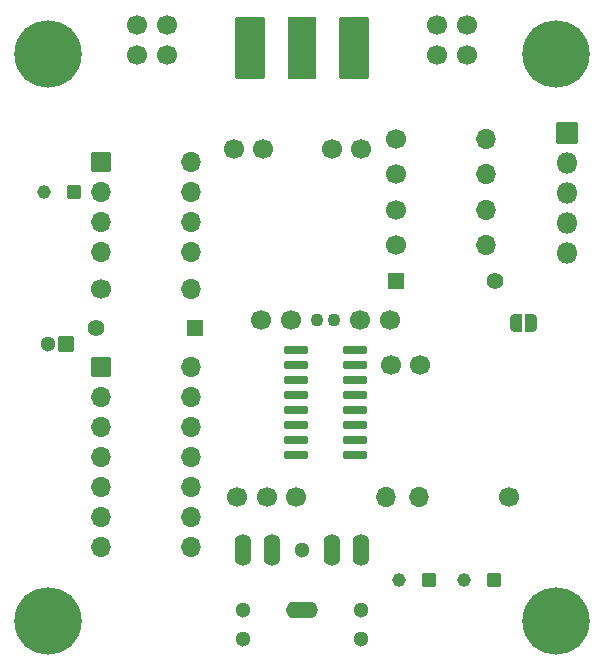
<source format=gbr>
%TF.GenerationSoftware,KiCad,Pcbnew,7.0.5-0*%
%TF.CreationDate,2023-08-23T15:17:08-05:00*%
%TF.ProjectId,4732_THT_V2,34373332-5f54-4485-945f-56322e6b6963,rev?*%
%TF.SameCoordinates,Original*%
%TF.FileFunction,Soldermask,Top*%
%TF.FilePolarity,Negative*%
%FSLAX46Y46*%
G04 Gerber Fmt 4.6, Leading zero omitted, Abs format (unit mm)*
G04 Created by KiCad (PCBNEW 7.0.5-0) date 2023-08-23 15:17:08*
%MOMM*%
%LPD*%
G01*
G04 APERTURE LIST*
G04 Aperture macros list*
%AMRoundRect*
0 Rectangle with rounded corners*
0 $1 Rounding radius*
0 $2 $3 $4 $5 $6 $7 $8 $9 X,Y pos of 4 corners*
0 Add a 4 corners polygon primitive as box body*
4,1,4,$2,$3,$4,$5,$6,$7,$8,$9,$2,$3,0*
0 Add four circle primitives for the rounded corners*
1,1,$1+$1,$2,$3*
1,1,$1+$1,$4,$5*
1,1,$1+$1,$6,$7*
1,1,$1+$1,$8,$9*
0 Add four rect primitives between the rounded corners*
20,1,$1+$1,$2,$3,$4,$5,0*
20,1,$1+$1,$4,$5,$6,$7,0*
20,1,$1+$1,$6,$7,$8,$9,0*
20,1,$1+$1,$8,$9,$2,$3,0*%
%AMFreePoly0*
4,1,35,0.535355,0.785355,0.550000,0.750000,0.550000,-0.750000,0.535355,-0.785355,0.500000,-0.800000,0.000000,-0.800000,-0.012286,-0.794911,-0.071157,-0.794911,-0.085244,-0.792886,-0.221795,-0.752791,-0.234740,-0.746879,-0.354462,-0.669938,-0.365217,-0.660618,-0.458414,-0.553063,-0.466109,-0.541091,-0.525228,-0.411637,-0.529237,-0.397982,-0.549491,-0.257116,-0.550000,-0.250000,-0.550000,0.250000,
-0.549491,0.257116,-0.529237,0.397982,-0.525228,0.411637,-0.466109,0.541091,-0.458414,0.553063,-0.365217,0.660618,-0.354462,0.669938,-0.234740,0.746879,-0.221795,0.752791,-0.085244,0.792886,-0.071157,0.794911,-0.012286,0.794911,0.000000,0.800000,0.500000,0.800000,0.535355,0.785355,0.535355,0.785355,$1*%
%AMFreePoly1*
4,1,35,0.012286,0.794911,0.071157,0.794911,0.085244,0.792886,0.221795,0.752791,0.234740,0.746879,0.354462,0.669938,0.365217,0.660618,0.458414,0.553063,0.466109,0.541091,0.525228,0.411637,0.529237,0.397982,0.549491,0.257116,0.550000,0.250000,0.550000,-0.250000,0.549491,-0.257116,0.529237,-0.397982,0.525228,-0.411637,0.466109,-0.541091,0.458414,-0.553063,0.365217,-0.660618,
0.354462,-0.669938,0.234740,-0.746879,0.221795,-0.752791,0.085244,-0.792886,0.071157,-0.794911,0.012286,-0.794911,0.000000,-0.800000,-0.500000,-0.800000,-0.535355,-0.785355,-0.550000,-0.750000,-0.550000,0.750000,-0.535355,0.785355,-0.500000,0.800000,0.000000,0.800000,0.012286,0.794911,0.012286,0.794911,$1*%
G04 Aperture macros list end*
%ADD10C,5.700000*%
%ADD11C,1.700000*%
%ADD12O,1.700000X1.700000*%
%ADD13RoundRect,0.200000X-0.825000X-0.150000X0.825000X-0.150000X0.825000X0.150000X-0.825000X0.150000X0*%
%ADD14RoundRect,0.050000X-0.800000X-0.800000X0.800000X-0.800000X0.800000X0.800000X-0.800000X0.800000X0*%
%ADD15RoundRect,0.050000X0.647700X0.647700X-0.647700X0.647700X-0.647700X-0.647700X0.647700X-0.647700X0*%
%ADD16C,1.395400*%
%ADD17RoundRect,0.050000X0.525000X0.525000X-0.525000X0.525000X-0.525000X-0.525000X0.525000X-0.525000X0*%
%ADD18C,1.150000*%
%ADD19RoundRect,0.050000X-1.145000X2.540000X-1.145000X-2.540000X1.145000X-2.540000X1.145000X2.540000X0*%
%ADD20RoundRect,0.050000X-1.210000X2.540000X-1.210000X-2.540000X1.210000X-2.540000X1.210000X2.540000X0*%
%ADD21FreePoly0,180.000000*%
%ADD22FreePoly1,180.000000*%
%ADD23C,1.300000*%
%ADD24O,2.716000X1.408000*%
%ADD25O,1.408000X2.716000*%
%ADD26C,1.700200*%
%ADD27RoundRect,0.050000X-0.850000X-0.850000X0.850000X-0.850000X0.850000X0.850000X-0.850000X0.850000X0*%
%ADD28O,1.800000X1.800000*%
%ADD29C,1.100000*%
%ADD30RoundRect,0.050000X0.600000X0.600000X-0.600000X0.600000X-0.600000X-0.600000X0.600000X-0.600000X0*%
%ADD31RoundRect,0.050000X-0.647700X-0.647700X0.647700X-0.647700X0.647700X0.647700X-0.647700X0.647700X0*%
G04 APERTURE END LIST*
D10*
%TO.C,REF\u002A\u002A*%
X96500000Y-53500000D03*
%TD*%
D11*
%TO.C,R2*%
X58000000Y-73390000D03*
D12*
X65620000Y-73390000D03*
%TD*%
D13*
%TO.C,U1*%
X74525000Y-78555000D03*
X74525000Y-79825000D03*
X74525000Y-81095000D03*
X74525000Y-82365000D03*
X74525000Y-83635000D03*
X74525000Y-84905000D03*
X74525000Y-86175000D03*
X74525000Y-87445000D03*
X79475000Y-87445000D03*
X79475000Y-86175000D03*
X79475000Y-84905000D03*
X79475000Y-83635000D03*
X79475000Y-82365000D03*
X79475000Y-81095000D03*
X79475000Y-79825000D03*
X79475000Y-78555000D03*
%TD*%
D14*
%TO.C,U3*%
X58000000Y-80000000D03*
D12*
X58000000Y-82540000D03*
X58000000Y-85080000D03*
X58000000Y-87620000D03*
X58000000Y-90160000D03*
X58000000Y-92700000D03*
X58000000Y-95240000D03*
X65620000Y-95240000D03*
X65620000Y-92700000D03*
X65620000Y-90160000D03*
X65620000Y-87620000D03*
X65620000Y-85080000D03*
X65620000Y-82540000D03*
X65620000Y-80000000D03*
%TD*%
D15*
%TO.C,C3*%
X65901000Y-76630000D03*
D16*
X57519000Y-76630000D03*
%TD*%
D17*
%TO.C,C11*%
X91250000Y-98000000D03*
D18*
X88750000Y-98000000D03*
%TD*%
D11*
%TO.C,R16*%
X83000000Y-69660000D03*
D12*
X90620000Y-69660000D03*
%TD*%
D19*
%TO.C,J4*%
X75000000Y-52980000D03*
D20*
X79380000Y-52980000D03*
X70620000Y-52980000D03*
%TD*%
D17*
%TO.C,C4*%
X55690000Y-65140000D03*
D18*
X53190000Y-65140000D03*
%TD*%
D21*
%TO.C,JP2*%
X94380000Y-76240000D03*
D22*
X93080000Y-76240000D03*
%TD*%
D10*
%TO.C,REF\u002A\u002A*%
X96500000Y-101500000D03*
%TD*%
D11*
%TO.C,C1*%
X74040000Y-76000000D03*
X71540000Y-76000000D03*
%TD*%
D23*
%TO.C,J2*%
X70000000Y-103000000D03*
X80000000Y-103000000D03*
X70000000Y-100500000D03*
X80000000Y-100500000D03*
X75000000Y-95500000D03*
D24*
X75000000Y-100500000D03*
D25*
X80000000Y-95500000D03*
X70000000Y-95500000D03*
X77500000Y-95500000D03*
X72500000Y-95500000D03*
%TD*%
D11*
%TO.C,R5*%
X92500000Y-91000000D03*
D12*
X84880000Y-91000000D03*
%TD*%
D11*
%TO.C,C5*%
X85000000Y-79825000D03*
X82500000Y-79825000D03*
%TD*%
%TO.C,C2*%
X79940000Y-76000000D03*
X82440000Y-76000000D03*
%TD*%
D26*
%TO.C,J3*%
X89000000Y-53590000D03*
X86460000Y-53590000D03*
X89000000Y-51050000D03*
X86460000Y-51050000D03*
%TD*%
D17*
%TO.C,C15*%
X85750000Y-98000000D03*
D18*
X83250000Y-98000000D03*
%TD*%
D27*
%TO.C,J1*%
X97460000Y-60160000D03*
D28*
X97460000Y-62700000D03*
X97460000Y-65240000D03*
X97460000Y-67780000D03*
X97460000Y-70320000D03*
%TD*%
D10*
%TO.C,REF\u002A\u002A*%
X53500000Y-101500000D03*
%TD*%
D29*
%TO.C,Y1*%
X76250000Y-76000000D03*
X77750000Y-76000000D03*
%TD*%
D30*
%TO.C,C8*%
X55000000Y-78000000D03*
D23*
X53500000Y-78000000D03*
%TD*%
D11*
%TO.C,C10*%
X72000000Y-91000000D03*
X69500000Y-91000000D03*
%TD*%
%TO.C,R4*%
X83000000Y-60660000D03*
D12*
X90620000Y-60660000D03*
%TD*%
D14*
%TO.C,U2*%
X58000000Y-62600000D03*
D12*
X58000000Y-65140000D03*
X58000000Y-67680000D03*
X58000000Y-70220000D03*
X65620000Y-70220000D03*
X65620000Y-67680000D03*
X65620000Y-65140000D03*
X65620000Y-62600000D03*
%TD*%
D10*
%TO.C,REF\u002A\u002A*%
X53500000Y-53500000D03*
%TD*%
D11*
%TO.C,C9*%
X80000000Y-61500000D03*
X77500000Y-61500000D03*
%TD*%
%TO.C,R1*%
X83000000Y-63660000D03*
D12*
X90620000Y-63660000D03*
%TD*%
D31*
%TO.C,C7*%
X83000000Y-72660000D03*
D16*
X91382000Y-72660000D03*
%TD*%
D11*
%TO.C,R3*%
X83000000Y-66660000D03*
D12*
X90620000Y-66660000D03*
%TD*%
D11*
%TO.C,C6*%
X71720000Y-61500000D03*
X69220000Y-61500000D03*
%TD*%
D26*
%TO.C,J5*%
X63540000Y-53590000D03*
X61000000Y-53590000D03*
X63540000Y-51050000D03*
X61000000Y-51050000D03*
%TD*%
D11*
%TO.C,R12*%
X74500000Y-91000000D03*
D12*
X82120000Y-91000000D03*
%TD*%
M02*

</source>
